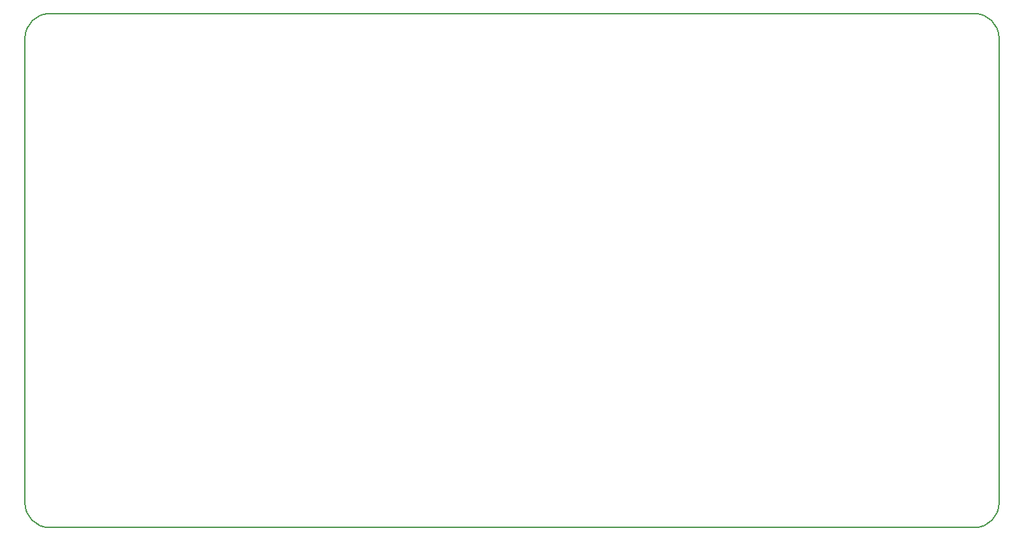
<source format=gm1>
%TF.GenerationSoftware,KiCad,Pcbnew,(5.1.10-1-10_14)*%
%TF.CreationDate,2021-07-24T22:10:12-05:00*%
%TF.ProjectId,Untitled,556e7469-746c-4656-942e-6b696361645f,rev?*%
%TF.SameCoordinates,Original*%
%TF.FileFunction,Profile,NP*%
%FSLAX46Y46*%
G04 Gerber Fmt 4.6, Leading zero omitted, Abs format (unit mm)*
G04 Created by KiCad (PCBNEW (5.1.10-1-10_14)) date 2021-07-24 22:10:12*
%MOMM*%
%LPD*%
G01*
G04 APERTURE LIST*
%TA.AperFunction,Profile*%
%ADD10C,0.150000*%
%TD*%
G04 APERTURE END LIST*
D10*
X43656250Y-54768750D02*
X163512500Y-54768750D01*
X40481250Y-57943750D02*
G75*
G02*
X43656250Y-54768750I3175000J0D01*
G01*
X40481250Y-118268750D02*
X40481250Y-57943750D01*
X43656250Y-121443750D02*
G75*
G02*
X40481250Y-118268750I0J3175000D01*
G01*
X163512500Y-121443750D02*
X43656250Y-121443750D01*
X166687500Y-57943750D02*
X166687500Y-118268750D01*
X163512500Y-54768750D02*
G75*
G02*
X166687500Y-57943750I0J-3175000D01*
G01*
X166687500Y-118268750D02*
G75*
G02*
X163512500Y-121443750I-3175000J0D01*
G01*
M02*

</source>
